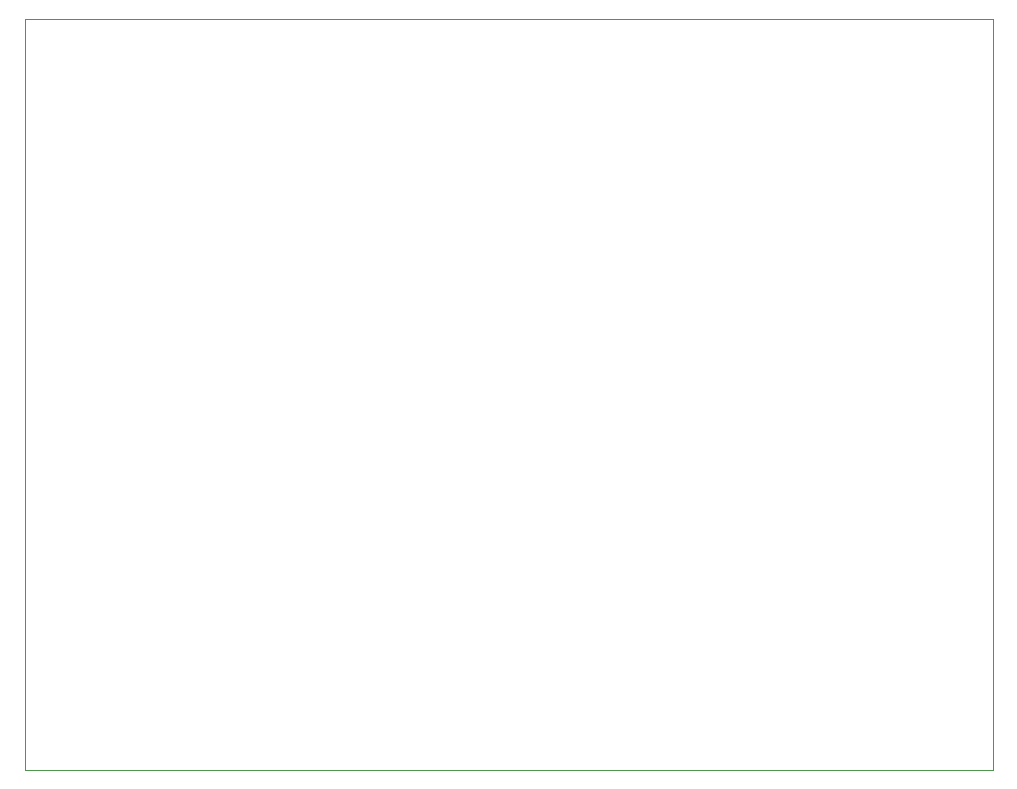
<source format=gbr>
%TF.GenerationSoftware,KiCad,Pcbnew,(5.1.9)-1*%
%TF.CreationDate,2021-11-10T23:35:07-06:00*%
%TF.ProjectId,CC_BT_PANELIZED,43435f42-545f-4504-914e-454c495a4544,000*%
%TF.SameCoordinates,Original*%
%TF.FileFunction,Profile,NP*%
%FSLAX46Y46*%
G04 Gerber Fmt 4.6, Leading zero omitted, Abs format (unit mm)*
G04 Created by KiCad (PCBNEW (5.1.9)-1) date 2021-11-10 23:35:07*
%MOMM*%
%LPD*%
G01*
G04 APERTURE LIST*
%TA.AperFunction,Profile*%
%ADD10C,0.050000*%
%TD*%
G04 APERTURE END LIST*
D10*
X142884263Y-93710000D02*
X60905737Y-93710000D01*
X142884263Y-30150000D02*
X142884263Y-93710000D01*
X60905737Y-30150000D02*
X142884263Y-30150000D01*
X60905737Y-93710000D02*
X60905737Y-30150000D01*
M02*

</source>
